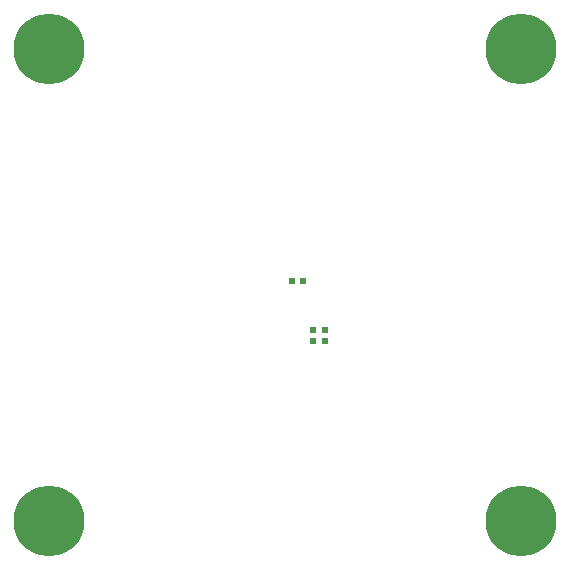
<source format=gts>
G04 #@! TF.GenerationSoftware,KiCad,Pcbnew,5.1.5+dfsg1-2build2*
G04 #@! TF.CreationDate,2021-05-18T14:25:16+02:00*
G04 #@! TF.ProjectId,sensor_v1.0,73656e73-6f72-45f7-9631-2e302e6b6963,rev?*
G04 #@! TF.SameCoordinates,Original*
G04 #@! TF.FileFunction,Soldermask,Top*
G04 #@! TF.FilePolarity,Negative*
%FSLAX46Y46*%
G04 Gerber Fmt 4.6, Leading zero omitted, Abs format (unit mm)*
G04 Created by KiCad (PCBNEW 5.1.5+dfsg1-2build2) date 2021-05-18 14:25:16*
%MOMM*%
%LPD*%
G04 APERTURE LIST*
%ADD10R,0.500000X0.600000*%
%ADD11R,0.600000X0.500000*%
%ADD12C,0.800000*%
%ADD13C,6.000000*%
G04 APERTURE END LIST*
D10*
X75580000Y-74700000D03*
X76520000Y-74700000D03*
D11*
X77350000Y-79770000D03*
X77350000Y-78830000D03*
X78400000Y-79770000D03*
X78400000Y-78830000D03*
D12*
X96590990Y-96590990D03*
X95000000Y-97250000D03*
X93409010Y-96590990D03*
X92750000Y-95000000D03*
X93409010Y-93409010D03*
X95000000Y-92750000D03*
X96590990Y-93409010D03*
X97250000Y-95000000D03*
D13*
X95000000Y-95000000D03*
D12*
X96590990Y-56590990D03*
X95000000Y-57250000D03*
X93409010Y-56590990D03*
X92750000Y-55000000D03*
X93409010Y-53409010D03*
X95000000Y-52750000D03*
X96590990Y-53409010D03*
X97250000Y-55000000D03*
D13*
X95000000Y-55000000D03*
D12*
X56590990Y-96590990D03*
X55000000Y-97250000D03*
X53409010Y-96590990D03*
X52750000Y-95000000D03*
X53409010Y-93409010D03*
X55000000Y-92750000D03*
X56590990Y-93409010D03*
X57250000Y-95000000D03*
D13*
X55000000Y-95000000D03*
D12*
X56590990Y-56590990D03*
X55000000Y-57250000D03*
X53409010Y-56590990D03*
X52750000Y-55000000D03*
X53409010Y-53409010D03*
X55000000Y-52750000D03*
X56590990Y-53409010D03*
X57250000Y-55000000D03*
D13*
X55000000Y-55000000D03*
M02*

</source>
